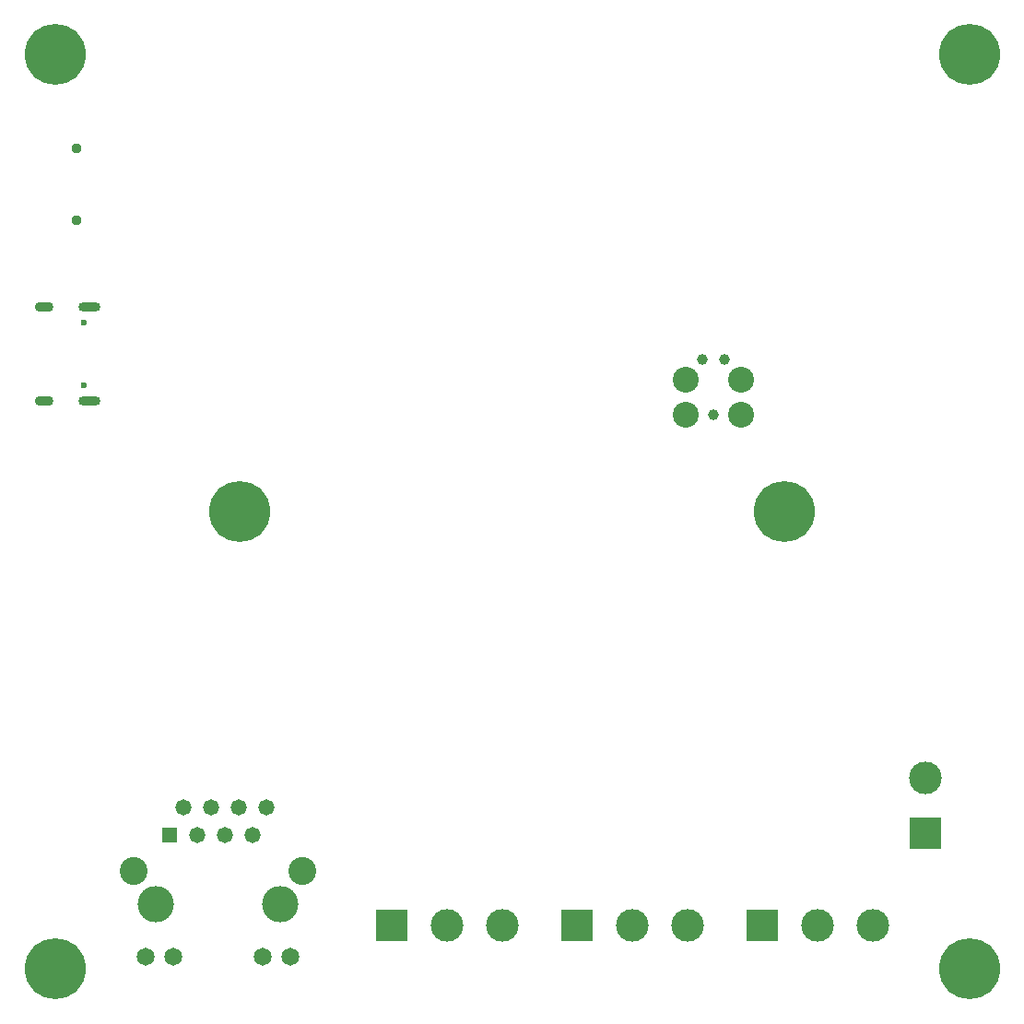
<source format=gbr>
%TF.GenerationSoftware,KiCad,Pcbnew,7.0.1*%
%TF.CreationDate,2023-07-17T00:53:44+01:00*%
%TF.ProjectId,Gateway Board,47617465-7761-4792-9042-6f6172642e6b,rev?*%
%TF.SameCoordinates,Original*%
%TF.FileFunction,Soldermask,Bot*%
%TF.FilePolarity,Negative*%
%FSLAX46Y46*%
G04 Gerber Fmt 4.6, Leading zero omitted, Abs format (unit mm)*
G04 Created by KiCad (PCBNEW 7.0.1) date 2023-07-17 00:53:44*
%MOMM*%
%LPD*%
G01*
G04 APERTURE LIST*
%ADD10C,0.950000*%
%ADD11R,3.000000X3.000000*%
%ADD12C,3.000000*%
%ADD13C,5.600000*%
%ADD14C,0.600000*%
%ADD15O,2.000000X0.900000*%
%ADD16O,1.700000X0.900000*%
%ADD17C,2.374900*%
%ADD18C,0.990600*%
%ADD19C,3.330000*%
%ADD20R,1.478000X1.478000*%
%ADD21C,1.478000*%
%ADD22C,1.650000*%
%ADD23C,2.565000*%
G04 APERTURE END LIST*
D10*
%TO.C,J302*%
X105000000Y-66605000D03*
X105000000Y-73205000D03*
%TD*%
D11*
%TO.C,J304*%
X133920000Y-138000000D03*
D12*
X139000000Y-138000000D03*
X144080000Y-138000000D03*
%TD*%
D11*
%TO.C,J306*%
X168000000Y-138000000D03*
D12*
X173080000Y-138000000D03*
X178160000Y-138000000D03*
%TD*%
D13*
%TO.C,H101*%
X103000000Y-58000000D03*
%TD*%
D14*
%TO.C,J303*%
X105680000Y-82610000D03*
X105680000Y-88390000D03*
D15*
X106170000Y-81175000D03*
X106170000Y-89825000D03*
D16*
X102000000Y-81175000D03*
X102000000Y-89825000D03*
%TD*%
D11*
%TO.C,J305*%
X150920000Y-138000000D03*
D12*
X156000000Y-138000000D03*
X161080000Y-138000000D03*
%TD*%
D17*
%TO.C,J301*%
X160960000Y-91040000D03*
D18*
X163500000Y-91040000D03*
D17*
X166040000Y-91040000D03*
X160960000Y-87865000D03*
X166040000Y-87865000D03*
D18*
X162484000Y-85960000D03*
X164516000Y-85960000D03*
%TD*%
D13*
%TO.C,H104*%
X187000000Y-142000000D03*
%TD*%
D19*
%TO.C,J401*%
X123715000Y-136000000D03*
X112285000Y-136000000D03*
D20*
X113555000Y-129650000D03*
D21*
X114825000Y-127110000D03*
X116095000Y-129650000D03*
X117365000Y-127110000D03*
X118635000Y-129650000D03*
X119905000Y-127110000D03*
X121175000Y-129650000D03*
X122445000Y-127110000D03*
D22*
X111375000Y-140900000D03*
X113915000Y-140900000D03*
X122085000Y-140900000D03*
X124625000Y-140900000D03*
D23*
X125745000Y-132950000D03*
X110255000Y-132950000D03*
%TD*%
D11*
%TO.C,J201*%
X183000000Y-129540000D03*
D12*
X183000000Y-124460000D03*
%TD*%
D13*
%TO.C,H103*%
X187000000Y-58000000D03*
%TD*%
%TO.C,H105*%
X120000000Y-100000000D03*
%TD*%
%TO.C,H106*%
X170000000Y-100000000D03*
%TD*%
%TO.C,H102*%
X103000000Y-142000000D03*
%TD*%
M02*

</source>
